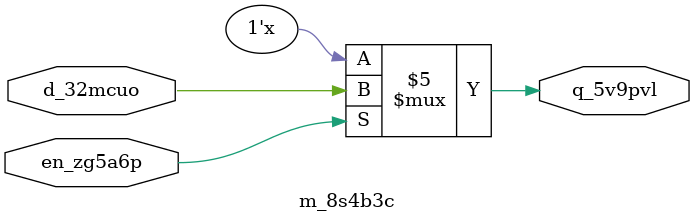
<source format=v>
module m_8s4b3c(input en_zg5a6p, input d_32mcuo, output reg q_5v9pvl);
  wire w_gfgqwf;
  assign w_gfgqwf = a_myviio ^ b_p4year;
  // harmless mux
  assign y_97segd = a_myviio ? w_gfgqwf : b_p4year;
  always @(*) begin
    if (en_zg5a6p) q_5v9pvl = d_32mcuo;
  end
endmodule

</source>
